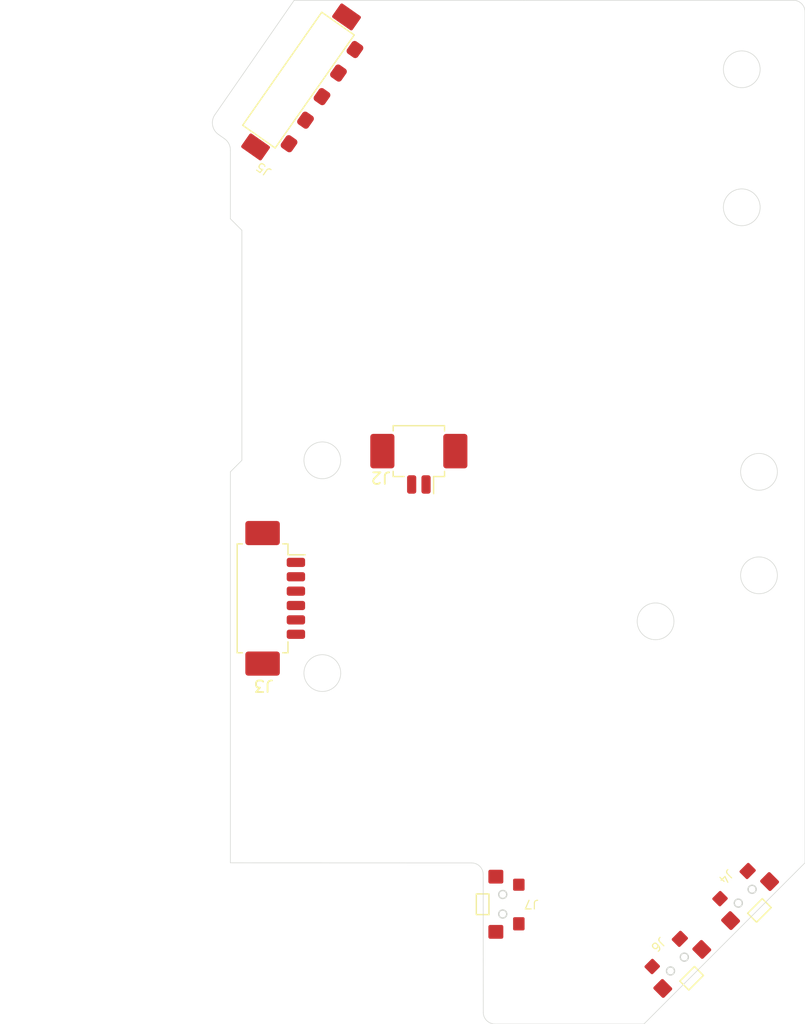
<source format=kicad_pcb>
(kicad_pcb (version 20241229) (generator "pcbnew") (generator_version "9.0")
  (layers (0 "F.Cu" signal) (2 "B.Cu" signal) (13 "F.Paste" user) (15 "B.Paste" user) (5 "F.SilkS" user "F.Silkscreen") (7 "B.SilkS" user "B.Silkscreen") (1 "F.Mask" user) (3 "B.Mask" user) (25 "Edge.Cuts" user))
  (net 0 "")
  (net 1 "GND")
  (net 2 "+3V3")
  (net 3 "+VDC")
  (net 4 "RS-485-")
  (net 5 "RS-485+")
  (net 6 "SW1")
  (net 7 "SW2")
  (net 8 "BOOT0")
  (net 9 "Net-(J5-Pin_5)")
  (net 10 "DRIVE_QUAD_A")
  (net 11 "DRIVE_QUAD_B")
  (net 12 "DRIVE_M1")
  (net 13 "DRIVE_M2")
  (net 14 "PEEL_M1")
  (net 15 "PEEL_M2")
  (footprint "feeder:1TS003B-1400-3500A-CT" (layer "F.Cu") (at 140.2 113.6 -135)
    (property "Reference" "J6" (at -0.035355 2.368808 225) (layer "F.SilkS") (effects (font (size 0.75 0.75) (thickness 0.1))))
    (property "Value" "SW2")
    (fp_poly (pts (xy -0.9 -1.2) (xy 0.9 -1.2) (xy 0.900001 -2.3) (xy -0.900001 -2.3)) (stroke (width 0.12)) (fill no) (layer "F.SilkS"))
    (fp_circle (center 0.85 0) (end 1.2 0) (stroke (width 0.12)) (fill no) (layer "Edge.Cuts"))
    (fp_circle (center -0.85 0) (end -0.499999 0) (stroke (width 0.12)) (fill no) (layer "Edge.Cuts"))
    (pad "1" smd roundrect (at -1.7 1.4 45) (size 1.15 1) (layers "F.Cu" "F.Mask" "F.Paste") (roundrect_rratio 0.125) (net 7 "SW2"))
    (pad "2" smd roundrect (at 1.7 1.4 45) (size 1.05 1) (layers "F.Cu" "F.Mask" "F.Paste") (roundrect_rratio 0.125) (net 1 "GND"))
    (pad "3" smd roundrect (at 2.4 -0.6 225) (size 1.2 1.3) (layers "F.Cu" "F.Mask" "F.Paste") (roundrect_rratio 0.125) (net 1 "GND"))
    (pad "4" smd roundrect (at -2.4 -0.6 225) (size 1.2 1.3) (layers "F.Cu" "F.Mask" "F.Paste") (roundrect_rratio 0.125) (net 1 "GND"))
  )
  (footprint "Connector_Molex:Molex_PicoBlade_53261-0671_1x06-1MP_P1.25mm_Horizontal" (layer "F.Cu") (at 104.6 81.8 -90)
    (property "Reference" "J3" (at 7.6 0.4 180) (layer "F.SilkS"))
    (property "Value" "DRIVE_MOTOR")
    (fp_line (start -4.735 2.71) (end 4.735 2.71) (stroke (width 0.12)) (layer "F.SilkS"))
    (fp_line (start 4.735 2.71) (end 4.735 2.26) (stroke (width 0.12)) (layer "F.SilkS"))
    (fp_line (start -4.735 2.26) (end -4.735 2.71) (stroke (width 0.12)) (layer "F.SilkS"))
    (fp_line (start -4.735 -1.26) (end -4.735 -1.71) (stroke (width 0.12)) (layer "F.SilkS"))
    (fp_line (start 4.735 -1.26) (end 4.735 -1.71) (stroke (width 0.12)) (layer "F.SilkS"))
    (fp_line (start -4.735 -1.71) (end -3.785 -1.71) (stroke (width 0.12)) (layer "F.SilkS"))
    (fp_line (start -3.785 -1.71) (end -3.785 -3.2) (stroke (width 0.12)) (layer "F.SilkS"))
    (fp_line (start 4.735 -1.71) (end 3.785 -1.71) (stroke (width 0.12)) (layer "F.SilkS"))
    (pad "1" smd roundrect (at -3.125 -2.4 270) (size 0.8 1.6) (layers "F.Cu" "F.Mask" "F.Paste") (net 12 "DRIVE_M1"))
    (pad "2" smd roundrect (at -1.875 -2.4 270) (size 0.8 1.6) (layers "F.Cu" "F.Mask" "F.Paste") (net 1 "GND"))
    (pad "3" smd roundrect (at -0.625 -2.4 270) (size 0.8 1.6) (layers "F.Cu" "F.Mask" "F.Paste") (net 10 "DRIVE_QUAD_A"))
    (pad "4" smd roundrect (at 0.625 -2.4 270) (size 0.8 1.6) (layers "F.Cu" "F.Mask" "F.Paste") (net 11 "DRIVE_QUAD_B"))
    (pad "5" smd roundrect (at 1.875 -2.4 270) (size 0.8 1.6) (layers "F.Cu" "F.Mask" "F.Paste") (net 2 "+3V3"))
    (pad "6" smd roundrect (at 3.125 -2.4 270) (size 0.8 1.6) (layers "F.Cu" "F.Mask" "F.Paste") (net 13 "DRIVE_M2"))
    (pad "MP" smd roundrect (at -5.675 0.5 270) (size 2.1 3) (layers "F.Cu" "F.Mask" "F.Paste") (roundrect_rratio 0.1190480952))
    (pad "MP" smd roundrect (at 5.675 0.5 270) (size 2.1 3) (layers "F.Cu" "F.Mask" "F.Paste") (roundrect_rratio 0.1190480952))
  )
  (footprint "feeder:1TS003B-1400-3500A-CT" (layer "F.Cu") (at 125 108.4 90)
    (property "Reference" "J7" (at 0 2.5 180) (layer "F.SilkS") (effects (font (size 0.75 0.75) (thickness 0.1))))
    (property "Value" "SW1")
    (fp_rect (start -0.9 -1.2) (end 0.9 -2.3) (stroke (width 0.12)) (fill no) (layer "F.SilkS"))
    (fp_circle (center 0.85 0) (end 1.2 0) (stroke (width 0.12)) (fill no) (layer "Edge.Cuts"))
    (fp_circle (center -0.85 0) (end -0.5 0) (stroke (width 0.12)) (fill no) (layer "Edge.Cuts"))
    (pad "1" smd roundrect (at -1.7 1.4 270) (size 1.15 1) (layers "F.Cu" "F.Mask" "F.Paste") (roundrect_rratio 0.125) (net 8 "BOOT0"))
    (pad "2" smd roundrect (at 1.7 1.4 270) (size 1.05 1) (layers "F.Cu" "F.Mask" "F.Paste") (roundrect_rratio 0.125) (net 2 "+3V3"))
    (pad "3" smd roundrect (at 2.4 -0.6 90) (size 1.2 1.3) (layers "F.Cu" "F.Mask" "F.Paste") (roundrect_rratio 0.125) (net 2 "+3V3"))
    (pad "4" smd roundrect (at -2.4 -0.6 90) (size 1.2 1.3) (layers "F.Cu" "F.Mask" "F.Paste") (roundrect_rratio 0.125) (net 2 "+3V3"))
  )
  (footprint "Connector_Molex:Molex_PicoBlade_53261-0271_1x02-1MP_P1.25mm_Horizontal" (layer "F.Cu") (at 117.7 69.5 180)
    (property "Reference" "J2" (at 3.3 -1.8 180) (layer "F.SilkS"))
    (property "Value" "PEEL_MOTOR")
    (fp_line (start 2.235 2.71) (end 2.235 2.26) (stroke (width 0.12)) (layer "F.SilkS"))
    (fp_line (start 2.235 -1.26) (end 2.235 -1.71) (stroke (width 0.12)) (layer "F.SilkS"))
    (fp_line (start 2.235 -1.71) (end 1.285 -1.71) (stroke (width 0.12)) (layer "F.SilkS"))
    (fp_line (start -1.285 -1.71) (end -1.285 -3.2) (stroke (width 0.12)) (layer "F.SilkS"))
    (fp_line (start -2.235 2.71) (end 2.235 2.71) (stroke (width 0.12)) (layer "F.SilkS"))
    (fp_line (start -2.235 2.26) (end -2.235 2.71) (stroke (width 0.12)) (layer "F.SilkS"))
    (fp_line (start -2.235 -1.26) (end -2.235 -1.71) (stroke (width 0.12)) (layer "F.SilkS"))
    (fp_line (start -2.235 -1.71) (end -1.285 -1.71) (stroke (width 0.12)) (layer "F.SilkS"))
    (pad "1" smd roundrect (at -0.625 -2.4 180) (size 0.8 1.6) (layers "F.Cu" "F.Mask" "F.Paste") (net 14 "PEEL_M1"))
    (pad "2" smd roundrect (at 0.625 -2.4 180) (size 0.8 1.6) (layers "F.Cu" "F.Mask" "F.Paste") (net 15 "PEEL_M2"))
    (pad "MP" smd roundrect (at -3.175 0.5 180) (size 2.1 3) (layers "F.Cu" "F.Mask" "F.Paste") (roundrect_rratio 0.1190480952))
    (pad "MP" smd roundrect (at 3.175 0.5 180) (size 2.1 3) (layers "F.Cu" "F.Mask" "F.Paste") (roundrect_rratio 0.1190480952))
  )
  (footprint "feeder:AVX-9155-005-541" (layer "F.Cu") (at 109.209307 38.133189 -125)
    (property "Reference" "J5" (at 8.088607 0.451531 145) (layer "F.SilkS") (effects (font (size 0.75 0.75) (thickness 0.1))))
    (property "Value" "SPRING_FINGERS")
    (fp_poly (pts (xy -6 4.149999) (xy 6 4.15) (xy 6 0.7) (xy -6 0.7)) (stroke (width 0.12)) (fill no) (layer "F.SilkS"))
    (pad "1" smd roundrect (at -5 -0.075 235) (size 1.3 1.15) (layers "F.Cu" "F.Mask" "F.Paste") (net 3 "+VDC"))
    (pad "2" smd roundrect (at -2.5 -0.075 235) (size 1.3 1.15) (layers "F.Cu" "F.Mask" "F.Paste") (net 1 "GND"))
    (pad "3" smd roundrect (at 0 -0.075 235) (size 1.3 1.15) (layers "F.Cu" "F.Mask" "F.Paste") (net 4 "RS-485-"))
    (pad "4" smd roundrect (at 2.5 -0.075 235) (size 1.3 1.15) (layers "F.Cu" "F.Mask" "F.Paste") (net 5 "RS-485+"))
    (pad "5" smd roundrect (at 5 -0.075 235) (size 1.3 1.15) (layers "F.Cu" "F.Mask" "F.Paste") (net 9 "Net-(J5-Pin_5)"))
    (pad "6" smd roundrect (at -6.9 2.149999 235) (size 1.5 2.15) (layers "F.Cu" "F.Mask" "F.Paste") (roundrect_rratio 0.1) (net 1 "GND"))
    (pad "7" smd roundrect (at 6.9 2.15 235) (size 1.5 2.15) (layers "F.Cu" "F.Mask" "F.Paste") (roundrect_rratio 0.1) (net 1 "GND"))
  )
  (footprint "feeder:1TS003B-1400-3500A-CT" (layer "F.Cu") (at 146.1 107.7 -135)
    (property "Reference" "J4" (at -0.035355 2.368808 225) (layer "F.SilkS") (effects (font (size 0.75 0.75) (thickness 0.1))))
    (property "Value" "SW1")
    (fp_poly (pts (xy -0.9 -1.2) (xy 0.9 -1.2) (xy 0.900001 -2.3) (xy -0.900001 -2.3)) (stroke (width 0.12)) (fill no) (layer "F.SilkS"))
    (fp_circle (center 0.85 0) (end 1.2 0) (stroke (width 0.12)) (fill no) (layer "Edge.Cuts"))
    (fp_circle (center -0.85 0) (end -0.499999 0) (stroke (width 0.12)) (fill no) (layer "Edge.Cuts"))
    (pad "1" smd roundrect (at -1.7 1.4 45) (size 1.15 1) (layers "F.Cu" "F.Mask" "F.Paste") (roundrect_rratio 0.125) (net 6 "SW1"))
    (pad "2" smd roundrect (at 1.7 1.4 45) (size 1.05 1) (layers "F.Cu" "F.Mask" "F.Paste") (roundrect_rratio 0.125) (net 1 "GND"))
    (pad "3" smd roundrect (at 2.4 -0.6 225) (size 1.2 1.3) (layers "F.Cu" "F.Mask" "F.Paste") (roundrect_rratio 0.125) (net 1 "GND"))
    (pad "4" smd roundrect (at -2.4 -0.6 225) (size 1.2 1.3) (layers "F.Cu" "F.Mask" "F.Paste") (roundrect_rratio 0.125) (net 1 "GND"))
  )
  (gr_arc (start 122.292893 104.807107) (mid 123.000019 105.097067) (end 123.3 105.8) (stroke (width 0.05)) (layer "Edge.Cuts"))
  (gr_line (start 126.85 29.8) (end 150.3 29.8) (stroke (width 0.05)) (layer "Edge.Cuts"))
  (gr_line (start 101.3 104.8) (end 122.292893 104.807107) (stroke (width 0.05)) (layer "Edge.Cuts"))
  (gr_line (start 101.3 48.8) (end 101.3 42.875) (stroke (width 0.05)) (layer "Edge.Cuts"))
  (gr_circle (center 109.3 88.3) (end 107.7 88.3) (stroke (width 0.05)) (fill no) (layer "Edge.Cuts"))
  (gr_line (start 102.3 49.8) (end 102.3 69.8) (stroke (width 0.05)) (layer "Edge.Cuts"))
  (gr_circle (center 138.3 83.8) (end 136.7 83.8) (stroke (width 0.05)) (fill no) (layer "Edge.Cuts"))
  (gr_line (start 151.3 104.8) (end 151.3 30.8) (stroke (width 0.05)) (layer "Edge.Cuts"))
  (gr_circle (center 109.3 69.8) (end 107.7 69.8) (stroke (width 0.05)) (fill no) (layer "Edge.Cuts"))
  (gr_line (start 126.85 29.8) (end 106.85 29.8) (stroke (width 0.05)) (layer "Edge.Cuts"))
  (gr_line (start 102.3 69.8) (end 101.3 70.8) (stroke (width 0.05)) (layer "Edge.Cuts"))
  (gr_circle (center 145.8 47.8) (end 144.2 47.8) (stroke (width 0.05)) (fill no) (layer "Edge.Cuts"))
  (gr_arc (start 100.275 41.475) (mid 99.753682 40.680103) (end 99.95 39.75) (stroke (width 0.05)) (layer "Edge.Cuts"))
  (gr_circle (center 147.3 79.8) (end 147.3 78.2) (stroke (width 0.05)) (fill no) (layer "Edge.Cuts"))
  (gr_line (start 101.3 104.8) (end 101.3 70.8) (stroke (width 0.05)) (layer "Edge.Cuts"))
  (gr_line (start 100.7875 41.8375) (end 100.275 41.475) (stroke (width 0.05)) (layer "Edge.Cuts"))
  (gr_circle (center 147.3 70.8) (end 145.7 70.8) (stroke (width 0.05)) (fill no) (layer "Edge.Cuts"))
  (gr_line (start 99.95 39.75) (end 106.85 29.8) (stroke (width 0.05)) (layer "Edge.Cuts"))
  (gr_arc (start 150.3 29.8) (mid 151.007107 30.092893) (end 151.3 30.8) (stroke (width 0.05)) (layer "Edge.Cuts"))
  (gr_line (start 102.3 49.8) (end 101.3 48.8) (stroke (width 0.05)) (layer "Edge.Cuts"))
  (gr_arc (start 100.7875 41.8375) (mid 101.176282 42.290782) (end 101.3 42.875) (stroke (width 0.05)) (layer "Edge.Cuts"))
  (gr_circle (center 145.8 35.8) (end 144.2 35.8) (stroke (width 0.05)) (fill no) (layer "Edge.Cuts"))
  (gr_arc (start 124.3 118.8) (mid 123.595401 118.506673) (end 123.307107 117.8) (stroke (width 0.05)) (layer "Edge.Cuts"))
  (gr_line (start 123.3 105.8) (end 123.307107 117.8) (stroke (width 0.05)) (layer "Edge.Cuts"))
  (gr_line (start 124.3 118.8) (end 137.3 118.8) (stroke (width 0.05)) (layer "Edge.Cuts"))
  (gr_line (start 151.3 104.8) (end 137.3 118.8) (stroke (width 0.05)) (layer "Edge.Cuts"))
)
</source>
